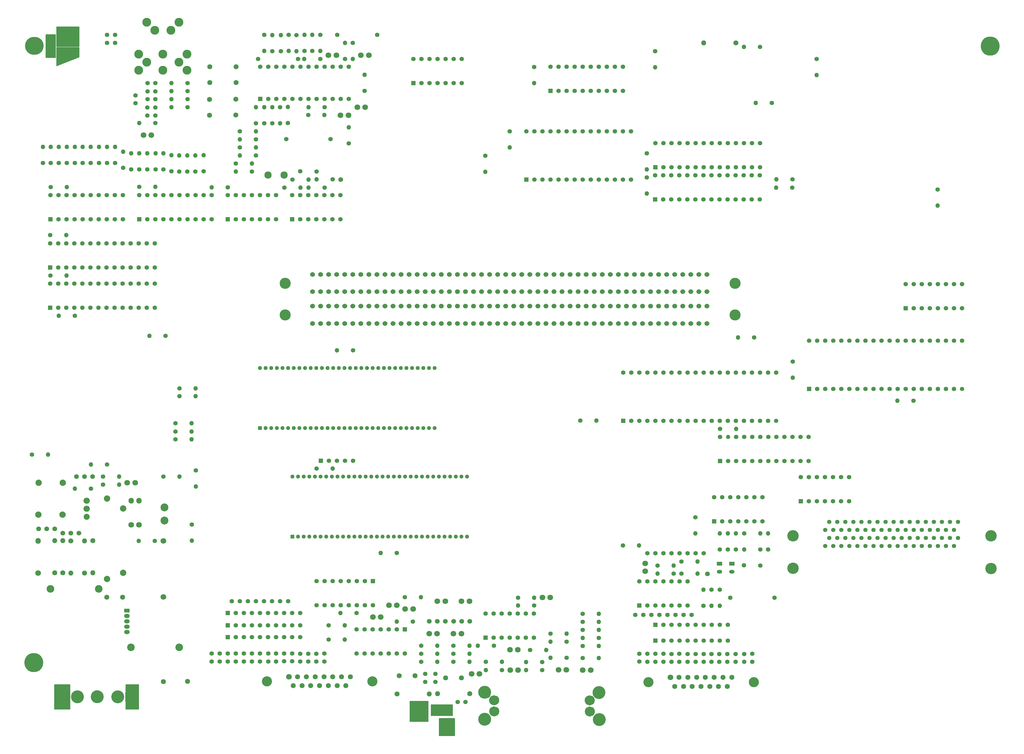
<source format=gbs>
G04 #@! TF.GenerationSoftware,KiCad,Pcbnew,7.0.1-0*
G04 #@! TF.CreationDate,2023-04-10T17:15:57+01:00*
G04 #@! TF.ProjectId,NeoGeoAES3_5,4e656f47-656f-4414-9553-335f352e6b69,rev?*
G04 #@! TF.SameCoordinates,Original*
G04 #@! TF.FileFunction,Soldermask,Bot*
G04 #@! TF.FilePolarity,Negative*
%FSLAX46Y46*%
G04 Gerber Fmt 4.6, Leading zero omitted, Abs format (unit mm)*
G04 Created by KiCad (PCBNEW 7.0.1-0) date 2023-04-10 17:15:57*
%MOMM*%
%LPD*%
G01*
G04 APERTURE LIST*
%ADD10C,0.200000*%
%ADD11C,0.150000*%
%ADD12C,2.056200*%
%ADD13C,1.599000*%
%ADD14C,2.058437*%
%ADD15C,1.400000*%
%ADD16O,1.400000X1.400000*%
%ADD17R,1.400000X1.400000*%
%ADD18O,2.400000X2.400000*%
%ADD19C,2.400000*%
%ADD20C,1.600000*%
%ADD21O,1.600000X1.600000*%
%ADD22C,1.500000*%
%ADD23C,1.800000*%
%ADD24C,1.350000*%
%ADD25C,2.000000*%
%ADD26R,1.875396X2.889996*%
%ADD27O,5.900000X5.600000*%
%ADD28C,3.600000*%
%ADD29C,1.348000*%
%ADD30C,3.200000*%
%ADD31O,1.800000X1.800000*%
%ADD32O,6.000000X6.000000*%
%ADD33C,3.500000*%
%ADD34C,1.524000*%
%ADD35C,2.300000*%
%ADD36R,4.820000X1.840000*%
%ADD37R,4.000000X1.800000*%
%ADD38R,1.800000X4.000000*%
%ADD39C,1.905000*%
%ADD40O,2.000000X1.905000*%
%ADD41C,2.500000*%
%ADD42O,2.000000X2.400000*%
%ADD43O,2.400000X2.000000*%
%ADD44R,1.700000X1.200000*%
%ADD45O,1.700000X1.200000*%
%ADD46R,1.300000X1.300000*%
%ADD47O,1.300000X1.300000*%
%ADD48C,1.320000*%
%ADD49R,1.800000X1.275000*%
%ADD50O,1.800000X1.275000*%
%ADD51C,2.800000*%
G04 APERTURE END LIST*
D10*
X55295800Y-47472600D02*
X48158400Y-50292000D01*
X48158400Y-44500800D01*
X55295800Y-44500800D01*
X55295800Y-47472600D01*
G36*
X55295800Y-47472600D02*
G01*
X48158400Y-50292000D01*
X48158400Y-44500800D01*
X55295800Y-44500800D01*
X55295800Y-47472600D01*
G37*
D11*
X47523400Y-245693800D02*
X52451000Y-245693800D01*
X52451000Y-253542800D01*
X47523400Y-253542800D01*
X47523400Y-245693800D01*
G36*
X47523400Y-245693800D02*
G01*
X52451000Y-245693800D01*
X52451000Y-253542800D01*
X47523400Y-253542800D01*
X47523400Y-245693800D01*
G37*
D12*
X184314500Y-256667000D02*
G75*
G03*
X184314500Y-256667000I-1028100J0D01*
G01*
D11*
X70053200Y-245693800D02*
X74066400Y-245693800D01*
X74066400Y-253542800D01*
X70053200Y-253542800D01*
X70053200Y-245693800D01*
G36*
X70053200Y-245693800D02*
G01*
X74066400Y-245693800D01*
X74066400Y-253542800D01*
X70053200Y-253542800D01*
X70053200Y-245693800D01*
G37*
D12*
X184314500Y-248132600D02*
G75*
G03*
X184314500Y-248132600I-1028100J0D01*
G01*
D13*
X187083100Y-250672600D02*
G75*
G03*
X187083100Y-250672600I-799500J0D01*
G01*
X217232900Y-250698000D02*
G75*
G03*
X217232900Y-250698000I-799500J0D01*
G01*
D12*
X220484100Y-256768600D02*
G75*
G03*
X220484100Y-256768600I-1028100J0D01*
G01*
D14*
X62037381Y-249555000D02*
G75*
G03*
X62037381Y-249555000I-1029218J0D01*
G01*
D12*
X220382500Y-248234200D02*
G75*
G03*
X220382500Y-248234200I-1028100J0D01*
G01*
D11*
X159664400Y-250977400D02*
X165455600Y-250977400D01*
X165455600Y-257403600D01*
X159664400Y-257403600D01*
X159664400Y-250977400D01*
G36*
X159664400Y-250977400D02*
G01*
X165455600Y-250977400D01*
X165455600Y-257403600D01*
X159664400Y-257403600D01*
X159664400Y-250977400D01*
G37*
D14*
X68514381Y-249580400D02*
G75*
G03*
X68514381Y-249580400I-1029218J0D01*
G01*
X55788981Y-249580400D02*
G75*
G03*
X55788981Y-249580400I-1029218J0D01*
G01*
D13*
X187108500Y-254177800D02*
G75*
G03*
X187108500Y-254177800I-799500J0D01*
G01*
D10*
X168960800Y-256362200D02*
X173812200Y-256362200D01*
X173812200Y-261874000D01*
X168960800Y-261874000D01*
X168960800Y-256362200D01*
G36*
X168960800Y-256362200D02*
G01*
X173812200Y-256362200D01*
X173812200Y-261874000D01*
X168960800Y-261874000D01*
X168960800Y-256362200D01*
G37*
D13*
X217283700Y-254228600D02*
G75*
G03*
X217283700Y-254228600I-799500J0D01*
G01*
D10*
X48158400Y-37922200D02*
X55270400Y-37922200D01*
X55270400Y-44221400D01*
X48158400Y-44221400D01*
X48158400Y-37922200D01*
G36*
X48158400Y-37922200D02*
G01*
X55270400Y-37922200D01*
X55270400Y-44221400D01*
X48158400Y-44221400D01*
X48158400Y-37922200D01*
G37*
X44805600Y-40411400D02*
X47853600Y-40411400D01*
X47853600Y-47675800D01*
X44805600Y-47675800D01*
X44805600Y-40411400D01*
G36*
X44805600Y-40411400D02*
G01*
X47853600Y-40411400D01*
X47853600Y-47675800D01*
X44805600Y-47675800D01*
X44805600Y-40411400D01*
G37*
X166420800Y-252044200D02*
X173151800Y-252044200D01*
X173151800Y-255574800D01*
X166420800Y-255574800D01*
X166420800Y-252044200D01*
G36*
X166420800Y-252044200D02*
G01*
X173151800Y-252044200D01*
X173151800Y-255574800D01*
X166420800Y-255574800D01*
X166420800Y-252044200D01*
G37*
D15*
X139200000Y-48127500D03*
D16*
X139200000Y-43047500D03*
D15*
X131447500Y-48140000D03*
D16*
X126367500Y-48140000D03*
D15*
X198887500Y-220780000D03*
D16*
X193807500Y-220780000D03*
D15*
X64130000Y-80970000D03*
D16*
X64130000Y-75890000D03*
D15*
X92137500Y-178090000D03*
D16*
X92137500Y-183170000D03*
D17*
X237190000Y-231850000D03*
D15*
X239730000Y-231850000D03*
X242270000Y-231850000D03*
X244810000Y-231850000D03*
X247350000Y-231850000D03*
X249890000Y-231850000D03*
X252430000Y-231850000D03*
X254970000Y-231850000D03*
X257510000Y-231850000D03*
X260050000Y-231850000D03*
X158122500Y-218140000D03*
D16*
X163202500Y-218140000D03*
D15*
X197652500Y-234770000D03*
D16*
X202732500Y-234770000D03*
D17*
X237140000Y-82280000D03*
D15*
X239680000Y-82280000D03*
X242220000Y-82280000D03*
X244760000Y-82280000D03*
X247300000Y-82280000D03*
X249840000Y-82280000D03*
X252380000Y-82280000D03*
X254920000Y-82280000D03*
X257460000Y-82280000D03*
X260000000Y-82280000D03*
X262540000Y-82280000D03*
X265080000Y-82280000D03*
X267620000Y-82280000D03*
X270160000Y-82280000D03*
X270160000Y-74660000D03*
X267620000Y-74660000D03*
X265080000Y-74660000D03*
X262540000Y-74660000D03*
X260000000Y-74660000D03*
X257460000Y-74660000D03*
X254920000Y-74660000D03*
X252380000Y-74660000D03*
X249840000Y-74660000D03*
X247300000Y-74660000D03*
X244760000Y-74660000D03*
X242220000Y-74660000D03*
X239680000Y-74660000D03*
X237140000Y-74660000D03*
X267742500Y-238515000D03*
X267742500Y-236015000D03*
X268317500Y-136050000D03*
D16*
X263237500Y-136050000D03*
D15*
X141690000Y-43050000D03*
D16*
X141690000Y-48130000D03*
D18*
X46280000Y-215505000D03*
D19*
X61520000Y-215505000D03*
D20*
X52650000Y-200310000D03*
D21*
X52650000Y-210470000D03*
D15*
X163260000Y-235980000D03*
D16*
X168340000Y-235980000D03*
D22*
X50130000Y-197850000D03*
X52670000Y-197850000D03*
X55210000Y-197850000D03*
D15*
X163260000Y-238540000D03*
D16*
X168340000Y-238540000D03*
D17*
X74305000Y-98750000D03*
D15*
X76845000Y-98750000D03*
X79385000Y-98750000D03*
X81925000Y-98750000D03*
X84465000Y-98750000D03*
X87005000Y-98750000D03*
X89545000Y-98750000D03*
X92085000Y-98750000D03*
X94625000Y-98750000D03*
X97165000Y-98750000D03*
X97165000Y-91130000D03*
X94625000Y-91130000D03*
X92085000Y-91130000D03*
X89545000Y-91130000D03*
X87005000Y-91130000D03*
X84465000Y-91130000D03*
X81925000Y-91130000D03*
X79385000Y-91130000D03*
X76845000Y-91130000D03*
X74305000Y-91130000D03*
X59029600Y-183788300D03*
D16*
X53949600Y-183788300D03*
D22*
X54490000Y-179980000D03*
X59570000Y-179980000D03*
X57030000Y-179980000D03*
D23*
X153080000Y-220660000D03*
X155580000Y-220660000D03*
D15*
X79350000Y-60770000D03*
X76850000Y-60770000D03*
D17*
X285655000Y-152295000D03*
D15*
X288195000Y-152295000D03*
X290735000Y-152295000D03*
X293275000Y-152295000D03*
X295815000Y-152295000D03*
X298355000Y-152295000D03*
X300895000Y-152295000D03*
X303435000Y-152295000D03*
X305975000Y-152295000D03*
X308515000Y-152295000D03*
X311055000Y-152295000D03*
X313595000Y-152295000D03*
X316135000Y-152295000D03*
X318675000Y-152295000D03*
X321215000Y-152295000D03*
X323755000Y-152295000D03*
X326295000Y-152295000D03*
X328835000Y-152295000D03*
X331375000Y-152295000D03*
D24*
X333915000Y-152295000D03*
D15*
X333915000Y-137055000D03*
X331375000Y-137055000D03*
X328835000Y-137055000D03*
X326295000Y-137055000D03*
X323755000Y-137055000D03*
X321215000Y-137055000D03*
X318675000Y-137055000D03*
X316135000Y-137055000D03*
X313595000Y-137055000D03*
X311055000Y-137055000D03*
X308515000Y-137055000D03*
X305975000Y-137055000D03*
X303435000Y-137055000D03*
X300895000Y-137055000D03*
X298355000Y-137055000D03*
X295815000Y-137055000D03*
X293275000Y-137055000D03*
X290735000Y-137055000D03*
X288195000Y-137055000D03*
X285655000Y-137055000D03*
X76820000Y-83020000D03*
D16*
X76820000Y-77940000D03*
D15*
X209110000Y-232190000D03*
D16*
X204030000Y-232190000D03*
D15*
X61530000Y-80970000D03*
D16*
X61530000Y-75890000D03*
D15*
X188750000Y-241120000D03*
D16*
X183670000Y-241120000D03*
D15*
X66630000Y-80970000D03*
D16*
X66630000Y-75890000D03*
D23*
X147990000Y-224410000D03*
X150490000Y-224410000D03*
D15*
X214230000Y-223400000D03*
D16*
X219310000Y-223400000D03*
D17*
X283090000Y-187790000D03*
D15*
X285630000Y-187790000D03*
X288170000Y-187790000D03*
X290710000Y-187790000D03*
X293250000Y-187790000D03*
X295790000Y-187790000D03*
X298330000Y-187790000D03*
X298330000Y-180170000D03*
X295790000Y-180170000D03*
X293250000Y-180170000D03*
X290710000Y-180170000D03*
X288170000Y-180170000D03*
X285630000Y-180170000D03*
X283090000Y-180170000D03*
X104707500Y-235925000D03*
X104707500Y-238425000D03*
X132740400Y-88747600D03*
D16*
X127660400Y-88747600D03*
D15*
X201430000Y-241120000D03*
D16*
X196350000Y-241120000D03*
D17*
X227020000Y-162400000D03*
D15*
X229560000Y-162400000D03*
X232100000Y-162400000D03*
X234640000Y-162400000D03*
X237180000Y-162400000D03*
X239720000Y-162400000D03*
X242260000Y-162400000D03*
X244800000Y-162400000D03*
X247340000Y-162400000D03*
X249880000Y-162400000D03*
X252420000Y-162400000D03*
X254960000Y-162400000D03*
X257500000Y-162400000D03*
X260040000Y-162400000D03*
X262580000Y-162400000D03*
X265120000Y-162400000D03*
X267660000Y-162400000D03*
X270200000Y-162400000D03*
X272740000Y-162400000D03*
D24*
X275280000Y-162400000D03*
D15*
X275280000Y-147160000D03*
X272740000Y-147160000D03*
X270200000Y-147160000D03*
X267660000Y-147160000D03*
X265120000Y-147160000D03*
X262580000Y-147160000D03*
X260040000Y-147160000D03*
X257500000Y-147160000D03*
X254960000Y-147160000D03*
X252420000Y-147160000D03*
X249880000Y-147160000D03*
X247340000Y-147160000D03*
X244800000Y-147160000D03*
X242260000Y-147160000D03*
X239720000Y-147160000D03*
X237180000Y-147160000D03*
X234640000Y-147160000D03*
X232100000Y-147160000D03*
X229560000Y-147160000D03*
X227020000Y-147160000D03*
D22*
X173520000Y-225732500D03*
X176060000Y-225732500D03*
X178600000Y-225732500D03*
D17*
X46150000Y-114010000D03*
D15*
X48690000Y-114010000D03*
X51230000Y-114010000D03*
X53770000Y-114010000D03*
X56310000Y-114010000D03*
X58850000Y-114010000D03*
X61390000Y-114010000D03*
X63930000Y-114010000D03*
X66470000Y-114010000D03*
X69010000Y-114010000D03*
X71550000Y-114010000D03*
X74090000Y-114010000D03*
X76630000Y-114010000D03*
X79170000Y-114010000D03*
X79170000Y-106390000D03*
X76630000Y-106390000D03*
X74090000Y-106390000D03*
X71550000Y-106390000D03*
X69010000Y-106390000D03*
X66470000Y-106390000D03*
X63930000Y-106390000D03*
X61390000Y-106390000D03*
X58850000Y-106390000D03*
X56310000Y-106390000D03*
X53770000Y-106390000D03*
X51230000Y-106390000D03*
X48690000Y-106390000D03*
X46150000Y-106390000D03*
D17*
X204060000Y-58160000D03*
D15*
X206600000Y-58160000D03*
X209140000Y-58160000D03*
X211680000Y-58160000D03*
X214220000Y-58160000D03*
X216760000Y-58160000D03*
X219300000Y-58160000D03*
X221840000Y-58160000D03*
X224380000Y-58160000D03*
X226920000Y-58160000D03*
X226920000Y-50540000D03*
X224380000Y-50540000D03*
X221840000Y-50540000D03*
X219300000Y-50540000D03*
X216760000Y-50540000D03*
X214220000Y-50540000D03*
X211680000Y-50540000D03*
X209140000Y-50540000D03*
X206600000Y-50540000D03*
X204060000Y-50540000D03*
X64090000Y-43010000D03*
X64090000Y-40510000D03*
D25*
X53750000Y-249650000D03*
X61000000Y-249650000D03*
X68260000Y-249640000D03*
D26*
X51420000Y-249650000D03*
X70820000Y-249640000D03*
D15*
X114950000Y-235900000D03*
X114950000Y-238400000D03*
X262572500Y-203030000D03*
D16*
X262572500Y-197950000D03*
D27*
X41198800Y-43967400D03*
D23*
X173420000Y-229650000D03*
X175920000Y-229650000D03*
D15*
X242900200Y-210642200D03*
D16*
X237820200Y-210642200D03*
D28*
X280570000Y-209010000D03*
X280580000Y-198750000D03*
X343100000Y-198760000D03*
X343100000Y-209030000D03*
D29*
X290790000Y-196880000D03*
X292060000Y-194340000D03*
X293330000Y-196880000D03*
X294600000Y-194340000D03*
X295870000Y-196880000D03*
X297140000Y-194340000D03*
X298410000Y-196880000D03*
X299680000Y-194340000D03*
X300950000Y-196880000D03*
X302220000Y-194340000D03*
X303490000Y-196880000D03*
X304760000Y-194340000D03*
X306030000Y-196880000D03*
X307300000Y-194340000D03*
X308570000Y-196880000D03*
X309840000Y-194340000D03*
X311110000Y-196880000D03*
X312380000Y-194340000D03*
X313650000Y-196880000D03*
X314920000Y-194340000D03*
X316190000Y-196880000D03*
X317460000Y-194340000D03*
X318730000Y-196880000D03*
X320000000Y-194340000D03*
X321270000Y-196880000D03*
X322540000Y-194340000D03*
X323810000Y-196880000D03*
X325080000Y-194340000D03*
X326350000Y-196880000D03*
X327620000Y-194340000D03*
X328890000Y-196880000D03*
X330160000Y-194340000D03*
X331430000Y-196880000D03*
X332700000Y-194340000D03*
X290790000Y-201960000D03*
X292060000Y-199420000D03*
X293330000Y-201960000D03*
X294600000Y-199420000D03*
X295870000Y-201960000D03*
X297140000Y-199420000D03*
X298410000Y-201960000D03*
X299680000Y-199420000D03*
X300950000Y-201960000D03*
X302220000Y-199420000D03*
X303490000Y-201960000D03*
X304760000Y-199420000D03*
X306030000Y-201960000D03*
X307300000Y-199420000D03*
X308570000Y-201960000D03*
X309840000Y-199420000D03*
X311110000Y-201960000D03*
X312380000Y-199420000D03*
X313650000Y-201960000D03*
X314920000Y-199420000D03*
X316190000Y-201960000D03*
X317460000Y-199420000D03*
X318730000Y-201960000D03*
X320000000Y-199420000D03*
X321270000Y-201960000D03*
X322540000Y-199420000D03*
X323810000Y-201960000D03*
X325080000Y-199420000D03*
X326350000Y-201960000D03*
X327620000Y-199420000D03*
X328890000Y-201960000D03*
X330160000Y-199420000D03*
X331430000Y-201960000D03*
X332700000Y-199420000D03*
D17*
X232080000Y-220730000D03*
D15*
X234620000Y-220730000D03*
X237160000Y-220730000D03*
X239700000Y-220730000D03*
X242240000Y-220730000D03*
X244780000Y-220730000D03*
X247320000Y-220730000D03*
X247320000Y-213110000D03*
X244780000Y-213110000D03*
X242240000Y-213110000D03*
X239700000Y-213110000D03*
X237160000Y-213110000D03*
X234620000Y-213110000D03*
X232080000Y-213110000D03*
X237100000Y-45620000D03*
D16*
X237100000Y-50700000D03*
D15*
X86950000Y-154652500D03*
D16*
X92030000Y-154652500D03*
D17*
X102200000Y-227000000D03*
D15*
X104740000Y-227000000D03*
X107280000Y-227000000D03*
X109820000Y-227000000D03*
X112360000Y-227000000D03*
X114900000Y-227000000D03*
X117440000Y-227000000D03*
X119980000Y-227000000D03*
X122520000Y-227000000D03*
X125060000Y-227000000D03*
D17*
X183610000Y-230860000D03*
D15*
X186150000Y-230860000D03*
X188690000Y-230860000D03*
X191230000Y-230860000D03*
X193770000Y-230860000D03*
X196310000Y-230860000D03*
X198850000Y-230860000D03*
X198850000Y-223240000D03*
X196310000Y-223240000D03*
X193770000Y-223240000D03*
X191230000Y-223240000D03*
X188690000Y-223240000D03*
X186150000Y-223240000D03*
X183610000Y-223240000D03*
X97130000Y-238410000D03*
X97130000Y-235910000D03*
D20*
X104800000Y-50545000D03*
X104800000Y-55545000D03*
D15*
X160660000Y-225830000D03*
D16*
X155580000Y-225830000D03*
D15*
X112397500Y-235905000D03*
X112397500Y-238405000D03*
D23*
X158210000Y-221855000D03*
X160710000Y-221855000D03*
D15*
X234594400Y-204260000D03*
X237134400Y-204260000D03*
X239674400Y-204260000D03*
X242214400Y-204260000D03*
X244754400Y-204260000D03*
X247294400Y-204260000D03*
X249834400Y-204260000D03*
X252374400Y-204260000D03*
X131410000Y-40520000D03*
D16*
X131410000Y-45600000D03*
D15*
X254900000Y-236060000D03*
X254900000Y-238560000D03*
D17*
X196440000Y-86210000D03*
D15*
X198980000Y-86210000D03*
X201520000Y-86210000D03*
X204060000Y-86210000D03*
X206600000Y-86210000D03*
X209140000Y-86210000D03*
X211680000Y-86210000D03*
X214220000Y-86210000D03*
X216760000Y-86210000D03*
X219300000Y-86210000D03*
X221840000Y-86210000D03*
X224380000Y-86210000D03*
X226920000Y-86210000D03*
X229460000Y-86210000D03*
X229460000Y-70970000D03*
X226920000Y-70970000D03*
X224380000Y-70970000D03*
X221840000Y-70970000D03*
X219300000Y-70970000D03*
X216760000Y-70970000D03*
X214220000Y-70970000D03*
X211680000Y-70970000D03*
X209140000Y-70970000D03*
X206600000Y-70970000D03*
X204060000Y-70970000D03*
X201520000Y-70970000D03*
X198980000Y-70970000D03*
X196440000Y-70970000D03*
D20*
X50120000Y-210440000D03*
D21*
X50120000Y-200280000D03*
D15*
X140390000Y-74737500D03*
D16*
X140390000Y-69657500D03*
D15*
X46200000Y-103762500D03*
D16*
X51280000Y-103762500D03*
D23*
X179140000Y-242340000D03*
X181640000Y-242340000D03*
D17*
X112430000Y-60710000D03*
D15*
X114970000Y-60710000D03*
X117510000Y-60710000D03*
X120050000Y-60710000D03*
X122590000Y-60710000D03*
X125130000Y-60710000D03*
X127670000Y-60710000D03*
X130210000Y-60710000D03*
X132750000Y-60710000D03*
X135290000Y-60710000D03*
X137830000Y-60710000D03*
X140370000Y-60710000D03*
X140370000Y-50550000D03*
X137830000Y-50550000D03*
X135290000Y-50550000D03*
X132750000Y-50550000D03*
X130210000Y-50550000D03*
X127670000Y-50550000D03*
X125130000Y-50550000D03*
X122590000Y-50550000D03*
X120050000Y-50550000D03*
X117510000Y-50550000D03*
X114970000Y-50550000D03*
X112430000Y-50550000D03*
X167750000Y-242341400D03*
X167750000Y-244841400D03*
X191207500Y-70990000D03*
D16*
X191207500Y-76070000D03*
D30*
X234935000Y-244950000D03*
X268235000Y-244950000D03*
D20*
X261255000Y-243450000D03*
X258485000Y-243450000D03*
X255715000Y-243450000D03*
X252945000Y-243450000D03*
X250175000Y-243450000D03*
X247405000Y-243450000D03*
X244635000Y-243450000D03*
D23*
X241865000Y-243450000D03*
D20*
X259870000Y-246290000D03*
X257100000Y-246290000D03*
X254330000Y-246290000D03*
X251560000Y-246290000D03*
X248790000Y-246290000D03*
X246020000Y-246290000D03*
X243250000Y-246290000D03*
D15*
X239667500Y-236015000D03*
X239667500Y-238515000D03*
X69150000Y-82437500D03*
D16*
X69150000Y-77357500D03*
D15*
X99647500Y-235925000D03*
X99647500Y-238425000D03*
D23*
X71755000Y-195224400D03*
D31*
X71755000Y-187604400D03*
D15*
X92000000Y-83627500D03*
D16*
X92000000Y-78547500D03*
D25*
X69180000Y-190110000D03*
X69210000Y-210440000D03*
D32*
X342823800Y-44018200D03*
D15*
X64080000Y-176207500D03*
D16*
X59000000Y-176207500D03*
D15*
X89527500Y-63380000D03*
D16*
X84447500Y-63380000D03*
D23*
X165780000Y-229650000D03*
X168280000Y-229650000D03*
D15*
X245351300Y-210667600D03*
D16*
X250431300Y-210667600D03*
D15*
X155560000Y-204137500D03*
D16*
X150480000Y-204137500D03*
D23*
X206580000Y-241070000D03*
X209080000Y-241070000D03*
D15*
X130110000Y-235960000D03*
X130110000Y-238460000D03*
D20*
X59600000Y-200240000D03*
D21*
X59600000Y-210400000D03*
D15*
X273880000Y-61960000D03*
D16*
X268800000Y-61960000D03*
D15*
X214190000Y-237332500D03*
D16*
X219270000Y-237332500D03*
D15*
X257452500Y-203022200D03*
D16*
X257452500Y-197942200D03*
D15*
X270230000Y-203070000D03*
D16*
X270230000Y-197990000D03*
D15*
X245351300Y-206883000D03*
D16*
X250431300Y-206883000D03*
D23*
X175960000Y-219390000D03*
X178460000Y-219390000D03*
D15*
X86910000Y-83627500D03*
D16*
X86910000Y-78547500D03*
D15*
X262497500Y-236045000D03*
X262497500Y-238545000D03*
X249767500Y-192890000D03*
D16*
X249767500Y-197970000D03*
D23*
X137790000Y-65880000D03*
X140290000Y-65880000D03*
D17*
X102225000Y-98750000D03*
D15*
X104765000Y-98750000D03*
X107305000Y-98750000D03*
X109845000Y-98750000D03*
X112385000Y-98750000D03*
X114925000Y-98750000D03*
X117465000Y-98750000D03*
X117465000Y-91130000D03*
X114925000Y-91130000D03*
X112385000Y-91130000D03*
X109845000Y-91130000D03*
X107305000Y-91130000D03*
X104765000Y-91130000D03*
X102225000Y-91130000D03*
X79337500Y-68380000D03*
D16*
X74257500Y-68380000D03*
D23*
X81920000Y-218040000D03*
X81920366Y-200300000D03*
D15*
X183667400Y-238540000D03*
D16*
X188747400Y-238540000D03*
D15*
X53940000Y-80970000D03*
D16*
X53940000Y-75890000D03*
D20*
X170950000Y-243590000D03*
X175950000Y-243590000D03*
D15*
X201430000Y-238620000D03*
D16*
X196350000Y-238620000D03*
D15*
X94600000Y-83620000D03*
D16*
X94600000Y-78540000D03*
D15*
X106032500Y-70940000D03*
D16*
X111112500Y-70940000D03*
D15*
X104770000Y-81130000D03*
D16*
X109850000Y-81130000D03*
D15*
X173442500Y-238540000D03*
D16*
X178522500Y-238540000D03*
D23*
X74218800Y-195224400D03*
D31*
X74218800Y-187604400D03*
D15*
X257550000Y-164912500D03*
D16*
X262630000Y-164912500D03*
D15*
X134040000Y-227002500D03*
D16*
X139120000Y-227002500D03*
D15*
X121407500Y-40520000D03*
D16*
X121407500Y-45600000D03*
D33*
X120340000Y-118940000D03*
X262270000Y-118940000D03*
D34*
X128970000Y-116140000D03*
X131510000Y-116140000D03*
X134050000Y-116140000D03*
X136590000Y-116140000D03*
X139130000Y-116140000D03*
X141670000Y-116140000D03*
X144210000Y-116140000D03*
X146750000Y-116140000D03*
X149290000Y-116140000D03*
X151830000Y-116140000D03*
X154370000Y-116140000D03*
X156910000Y-116140000D03*
X159450000Y-116140000D03*
X161990000Y-116140000D03*
X164530000Y-116140000D03*
X167070000Y-116140000D03*
X169610000Y-116140000D03*
X172150000Y-116140000D03*
X174690000Y-116140000D03*
X177230000Y-116140000D03*
X179770000Y-116140000D03*
X182310000Y-116140000D03*
X184850000Y-116140000D03*
X187390000Y-116140000D03*
X189930000Y-116140000D03*
X192470000Y-116140000D03*
X195010000Y-116140000D03*
X197550000Y-116140000D03*
X200090000Y-116140000D03*
X202630000Y-116140000D03*
X205170000Y-116140000D03*
X207710000Y-116140000D03*
X210250000Y-116140000D03*
X212790000Y-116140000D03*
X215330000Y-116140000D03*
X217870000Y-116140000D03*
X220410000Y-116140000D03*
X222950000Y-116140000D03*
X225490000Y-116140000D03*
X228030000Y-116140000D03*
X230570000Y-116140000D03*
X233110000Y-116140000D03*
X235650000Y-116140000D03*
X238190000Y-116140000D03*
X240730000Y-116140000D03*
X243270000Y-116140000D03*
X245810000Y-116140000D03*
X248350000Y-116140000D03*
X250890000Y-116140000D03*
X253430000Y-116140000D03*
X128970000Y-121600000D03*
X131510000Y-121600000D03*
X134050000Y-121600000D03*
X136590000Y-121600000D03*
X139130000Y-121600000D03*
X141670000Y-121600000D03*
X144210000Y-121600000D03*
X146750000Y-121600000D03*
X149290000Y-121600000D03*
X151830000Y-121600000D03*
X154370000Y-121600000D03*
X156910000Y-121600000D03*
X159450000Y-121600000D03*
X161990000Y-121600000D03*
X164530000Y-121600000D03*
X167070000Y-121600000D03*
X169610000Y-121600000D03*
X172150000Y-121600000D03*
X174690000Y-121600000D03*
X177230000Y-121600000D03*
X179770000Y-121600000D03*
X182310000Y-121600000D03*
X184850000Y-121600000D03*
X187390000Y-121600000D03*
X189930000Y-121600000D03*
X192470000Y-121600000D03*
X195010000Y-121600000D03*
X197550000Y-121600000D03*
X200090000Y-121600000D03*
X202630000Y-121600000D03*
X205170000Y-121600000D03*
X207710000Y-121600000D03*
X210250000Y-121600000D03*
X212790000Y-121600000D03*
X215330000Y-121600000D03*
X217870000Y-121600000D03*
X220410000Y-121600000D03*
X222950000Y-121600000D03*
X225490000Y-121600000D03*
X228030000Y-121600000D03*
X230570000Y-121600000D03*
X233110000Y-121600000D03*
X235650000Y-121600000D03*
X238190000Y-121600000D03*
X240730000Y-121600000D03*
X243270000Y-121600000D03*
X245810000Y-121600000D03*
X248350000Y-121600000D03*
X250890000Y-121600000D03*
X253430000Y-121600000D03*
D15*
X174740000Y-251190000D03*
X177240000Y-251190000D03*
D35*
X120005000Y-84800000D03*
X114925000Y-84800000D03*
D23*
X75590000Y-72150000D03*
X78090000Y-72150000D03*
D15*
X86940000Y-152140000D03*
D16*
X92020000Y-152140000D03*
D15*
X249887500Y-236045000D03*
X249887500Y-238545000D03*
X124425000Y-48116060D03*
X111795000Y-48116060D03*
X74260000Y-88532500D03*
D16*
X79340000Y-88532500D03*
D15*
X136715000Y-40512883D03*
X149345000Y-40512883D03*
D17*
X160760000Y-55700000D03*
D15*
X163300000Y-55700000D03*
X165840000Y-55700000D03*
X168380000Y-55700000D03*
X170920000Y-55700000D03*
X173460000Y-55700000D03*
X176000000Y-55700000D03*
X176000000Y-48080000D03*
X173460000Y-48080000D03*
X170920000Y-48080000D03*
X168380000Y-48080000D03*
X165840000Y-48080000D03*
X163300000Y-48080000D03*
X160760000Y-48080000D03*
X134630000Y-73430000D03*
X120640000Y-73430000D03*
X130250000Y-83630000D03*
X125090000Y-83550000D03*
X71700000Y-83020000D03*
D16*
X71700000Y-77940000D03*
D23*
X191320000Y-241110000D03*
X193820000Y-241110000D03*
D15*
X214230000Y-228440000D03*
D16*
X219310000Y-228440000D03*
D36*
X51275000Y-47430000D03*
D37*
X51295000Y-41440000D03*
D38*
X46395000Y-44580000D03*
D20*
X81900000Y-244760000D03*
X89510000Y-244740000D03*
X96570000Y-50595000D03*
X96570000Y-55595000D03*
D23*
X70480000Y-181950000D03*
X72980000Y-181950000D03*
D25*
X50090000Y-192035000D03*
X42470000Y-192035000D03*
X50120000Y-181995000D03*
X42500000Y-181995000D03*
D15*
X242207500Y-236025000D03*
X242207500Y-238525000D03*
D18*
X86910000Y-233935000D03*
D19*
X71670000Y-233935000D03*
D39*
X57650000Y-192725000D03*
D40*
X57650000Y-190185000D03*
X57650000Y-187645000D03*
D15*
X90867500Y-195200000D03*
D16*
X90867500Y-200280000D03*
D22*
X42540000Y-196530000D03*
X45080000Y-196530000D03*
X47620000Y-196530000D03*
D15*
X56440000Y-80970000D03*
D16*
X56440000Y-75890000D03*
D15*
X113720000Y-40522500D03*
D16*
X113720000Y-45602500D03*
D15*
X193802000Y-218287600D03*
D16*
X198882000Y-218287600D03*
D22*
X216454220Y-251239564D03*
X186314220Y-251239564D03*
D41*
X218944220Y-248789564D03*
X218944220Y-256259564D03*
X183894220Y-248759564D03*
X183894220Y-256229564D03*
D22*
X186314220Y-253779564D03*
X216454220Y-253779564D03*
D30*
X114555000Y-244730000D03*
X147855000Y-244730000D03*
D20*
X140875000Y-243230000D03*
X138105000Y-243230000D03*
X135335000Y-243230000D03*
X132565000Y-243230000D03*
X129795000Y-243230000D03*
X127025000Y-243230000D03*
X124255000Y-243230000D03*
D23*
X121485000Y-243230000D03*
D20*
X139490000Y-246070000D03*
X136720000Y-246070000D03*
X133950000Y-246070000D03*
X131180000Y-246070000D03*
X128410000Y-246070000D03*
X125640000Y-246070000D03*
X122870000Y-246070000D03*
D15*
X48870000Y-80970000D03*
D16*
X48870000Y-75890000D03*
D15*
X163260000Y-233400000D03*
D16*
X168340000Y-233400000D03*
D23*
X143067400Y-63373000D03*
X145567400Y-63373000D03*
D15*
X270180000Y-44290000D03*
D16*
X265100000Y-44290000D03*
D15*
X123907500Y-40530000D03*
D16*
X123907500Y-45610000D03*
D15*
X79355000Y-58377500D03*
X76855000Y-58377500D03*
D20*
X104740000Y-60815000D03*
X104740000Y-65815000D03*
D15*
X126400000Y-45600000D03*
D16*
X126400000Y-40520000D03*
D15*
X116270000Y-45610000D03*
D16*
X116270000Y-40530000D03*
D15*
X89477500Y-55690000D03*
D16*
X84397500Y-55690000D03*
D15*
X234600000Y-235980000D03*
X234600000Y-238480000D03*
X234467400Y-85560000D03*
D16*
X234467400Y-90640000D03*
D15*
X106052500Y-76030000D03*
D16*
X111132500Y-76030000D03*
D17*
X237190000Y-226820000D03*
D15*
X239730000Y-226820000D03*
X242270000Y-226820000D03*
X244810000Y-226820000D03*
X247350000Y-226820000D03*
X249890000Y-226820000D03*
X252430000Y-226820000D03*
X254970000Y-226820000D03*
X257510000Y-226820000D03*
X260050000Y-226820000D03*
X85690000Y-168242500D03*
D16*
X90770000Y-168242500D03*
D15*
X244720000Y-236020000D03*
X244720000Y-238520000D03*
X272742500Y-203070000D03*
D16*
X272742500Y-197990000D03*
D15*
X183507500Y-78630000D03*
D16*
X183507500Y-83710000D03*
D17*
X102200000Y-223120000D03*
D15*
X104740000Y-223120000D03*
X107280000Y-223120000D03*
X109820000Y-223120000D03*
X112360000Y-223120000D03*
X114900000Y-223120000D03*
X117440000Y-223120000D03*
X119980000Y-223120000D03*
X122520000Y-223120000D03*
X125060000Y-223120000D03*
X252440000Y-236050000D03*
X252440000Y-238550000D03*
X134040000Y-231462500D03*
D16*
X139120000Y-231462500D03*
D15*
X111112500Y-68390000D03*
D16*
X111112500Y-63310000D03*
D15*
X118687500Y-63340000D03*
D16*
X118687500Y-68420000D03*
D22*
X137810000Y-86180000D03*
D15*
X127637500Y-235955000D03*
X127637500Y-238455000D03*
X257307500Y-236055000D03*
X257307500Y-238555000D03*
X145402500Y-58210000D03*
D16*
X145402500Y-53130000D03*
D15*
X102167500Y-235925000D03*
X102167500Y-238425000D03*
X232082500Y-238475000D03*
X232082500Y-235975000D03*
X230790000Y-223730000D03*
X233330000Y-223730000D03*
X235870000Y-223730000D03*
X238410000Y-223730000D03*
X240950000Y-223730000D03*
X243490000Y-223730000D03*
X246030000Y-223730000D03*
X248570000Y-223730000D03*
X280400000Y-86117500D03*
D16*
X275320000Y-86117500D03*
D15*
X219303600Y-230960000D03*
D16*
X214223600Y-230960000D03*
D15*
X111117500Y-73480000D03*
D16*
X106037500Y-73480000D03*
D42*
X162318000Y-254575000D03*
D43*
X169418000Y-254575000D03*
D42*
X170598000Y-258535000D03*
D17*
X237110000Y-92510000D03*
D15*
X239650000Y-92510000D03*
X242190000Y-92510000D03*
X244730000Y-92510000D03*
X247270000Y-92510000D03*
X249810000Y-92510000D03*
X252350000Y-92510000D03*
X254890000Y-92510000D03*
X257430000Y-92510000D03*
X259970000Y-92510000D03*
X262510000Y-92510000D03*
X265050000Y-92510000D03*
X267590000Y-92510000D03*
X270130000Y-92510000D03*
X270130000Y-84890000D03*
X267590000Y-84890000D03*
X265050000Y-84890000D03*
X262510000Y-84890000D03*
X259970000Y-84890000D03*
X257430000Y-84890000D03*
X254890000Y-84890000D03*
X252350000Y-84890000D03*
X249810000Y-84890000D03*
X247270000Y-84890000D03*
X244730000Y-84890000D03*
X242190000Y-84890000D03*
X239650000Y-84890000D03*
X237110000Y-84890000D03*
X237820200Y-208108300D03*
D16*
X242900200Y-208108300D03*
D15*
X118930000Y-45607500D03*
D16*
X118930000Y-40527500D03*
D17*
X147980000Y-213070000D03*
D15*
X145440000Y-213070000D03*
X142900000Y-213070000D03*
X140360000Y-213070000D03*
X137820000Y-213070000D03*
X135280000Y-213070000D03*
X132740000Y-213070000D03*
X130200000Y-213070000D03*
X130200000Y-220690000D03*
X132740000Y-220690000D03*
X135280000Y-220690000D03*
X137820000Y-220690000D03*
X140360000Y-220690000D03*
X142900000Y-220690000D03*
X145440000Y-220690000D03*
X147980000Y-220690000D03*
X326240000Y-89350000D03*
D16*
X326240000Y-94430000D03*
D15*
X122605800Y-86182200D03*
D16*
X127685800Y-86182200D03*
D15*
X132702500Y-238435000D03*
X132702500Y-235935000D03*
X62822500Y-182530000D03*
D16*
X67902500Y-182530000D03*
D23*
X191270000Y-234740000D03*
X193770000Y-234740000D03*
D15*
X89487500Y-58280000D03*
D16*
X84407500Y-58280000D03*
D15*
X85680000Y-163182500D03*
D16*
X90760000Y-163182500D03*
D23*
X42341800Y-210515200D03*
D31*
X42341800Y-200355200D03*
D15*
X127640000Y-65802500D03*
D16*
X132720000Y-65802500D03*
D15*
X76835000Y-65932500D03*
X79335000Y-65932500D03*
X43840000Y-80970000D03*
D16*
X43840000Y-75890000D03*
D15*
X142870000Y-223137500D03*
D16*
X137790000Y-223137500D03*
D15*
X117477500Y-235895000D03*
X117477500Y-238395000D03*
X85690000Y-165760000D03*
D16*
X90770000Y-165760000D03*
D15*
X51410000Y-80970000D03*
D16*
X51410000Y-75890000D03*
D15*
X82530000Y-135597500D03*
D16*
X77450000Y-135597500D03*
D44*
X257435000Y-207518000D03*
D45*
X257435000Y-210058000D03*
D15*
X109800000Y-235920000D03*
X109800000Y-238420000D03*
D46*
X112404000Y-164720000D03*
D47*
X114182000Y-164720000D03*
X115960000Y-164720000D03*
X117738000Y-164720000D03*
X119516000Y-164720000D03*
X121294000Y-164720000D03*
X123072000Y-164720000D03*
X124850000Y-164720000D03*
X126628000Y-164720000D03*
X128406000Y-164720000D03*
X130184000Y-164720000D03*
X131962000Y-164720000D03*
X133740000Y-164720000D03*
X135518000Y-164720000D03*
X137296000Y-164720000D03*
X139074000Y-164720000D03*
X140852000Y-164720000D03*
X142630000Y-164720000D03*
X144408000Y-164720000D03*
X146186000Y-164720000D03*
X147964000Y-164720000D03*
X149742000Y-164720000D03*
X151520000Y-164720000D03*
X153298000Y-164720000D03*
X155076000Y-164720000D03*
X156854000Y-164720000D03*
X158632000Y-164720000D03*
X160410000Y-164720000D03*
X162188000Y-164720000D03*
X163966000Y-164720000D03*
X165744000Y-164720000D03*
X167522000Y-164720000D03*
X167522000Y-145720000D03*
X165744000Y-145720000D03*
X163966000Y-145720000D03*
X162188000Y-145720000D03*
X160410000Y-145720000D03*
X158632000Y-145720000D03*
X156854000Y-145720000D03*
X155076000Y-145720000D03*
X153298000Y-145720000D03*
X151520000Y-145720000D03*
X149742000Y-145720000D03*
X147964000Y-145720000D03*
X146186000Y-145720000D03*
X144408000Y-145720000D03*
X142630000Y-145720000D03*
X140852000Y-145720000D03*
X139074000Y-145720000D03*
X137296000Y-145720000D03*
X135518000Y-145720000D03*
X133740000Y-145720000D03*
X131962000Y-145720000D03*
X130184000Y-145720000D03*
X128406000Y-145720000D03*
X126628000Y-145720000D03*
X124850000Y-145720000D03*
X123072000Y-145720000D03*
X121294000Y-145720000D03*
X119516000Y-145720000D03*
X117738000Y-145720000D03*
X115960000Y-145720000D03*
X114182000Y-145720000D03*
X112404000Y-145720000D03*
D23*
X214250000Y-241180000D03*
X216750000Y-241180000D03*
D17*
X257570000Y-175110000D03*
D15*
X260110000Y-175110000D03*
X262650000Y-175110000D03*
X265190000Y-175110000D03*
X267730000Y-175110000D03*
X270270000Y-175110000D03*
X272810000Y-175110000D03*
X275350000Y-175110000D03*
X277890000Y-175110000D03*
X280430000Y-175110000D03*
X282970000Y-175110000D03*
X285510000Y-175110000D03*
X285510000Y-167490000D03*
X282970000Y-167490000D03*
X280430000Y-167490000D03*
X277890000Y-167490000D03*
X275350000Y-167490000D03*
X272810000Y-167490000D03*
X270270000Y-167490000D03*
X267730000Y-167490000D03*
X265190000Y-167490000D03*
X262650000Y-167490000D03*
D48*
X260110000Y-167490000D03*
D15*
X257570000Y-167490000D03*
X79390000Y-83020000D03*
D16*
X79390000Y-77940000D03*
D15*
X318617600Y-156083000D03*
D16*
X313537600Y-156083000D03*
D15*
X53940000Y-129230000D03*
D16*
X48860000Y-129230000D03*
D22*
X165830000Y-225752500D03*
X168370000Y-225752500D03*
X170910000Y-225752500D03*
D23*
X133980000Y-46900000D03*
X136480000Y-46900000D03*
D15*
X132750000Y-63330000D03*
D16*
X127670000Y-63330000D03*
D15*
X173442500Y-233400000D03*
D16*
X178522500Y-233400000D03*
D15*
X247300000Y-236030000D03*
X247300000Y-238530000D03*
X257479800Y-215734900D03*
D16*
X257479800Y-220814900D03*
D23*
X144230000Y-46880000D03*
X146730000Y-46880000D03*
D20*
X262550000Y-43050000D03*
D21*
X252390000Y-43050000D03*
D17*
X46230000Y-98750000D03*
D15*
X48770000Y-98750000D03*
X51310000Y-98750000D03*
X53850000Y-98750000D03*
X56390000Y-98750000D03*
X58930000Y-98750000D03*
X61470000Y-98750000D03*
X64010000Y-98750000D03*
X66550000Y-98750000D03*
X69090000Y-98750000D03*
X69090000Y-91130000D03*
X66550000Y-91130000D03*
X64010000Y-91130000D03*
X61470000Y-91130000D03*
X58930000Y-91130000D03*
X56390000Y-91130000D03*
X53850000Y-91130000D03*
X51310000Y-91130000D03*
X48770000Y-91130000D03*
X46230000Y-91130000D03*
X102200000Y-88697500D03*
D16*
X97120000Y-88697500D03*
D49*
X70408800Y-222333400D03*
D50*
X70408800Y-224033400D03*
X70408800Y-225733400D03*
X70408800Y-227433400D03*
X70408800Y-229133400D03*
D15*
X84410000Y-83617500D03*
D16*
X84410000Y-78537500D03*
D15*
X120000000Y-235880000D03*
X120000000Y-238380000D03*
X89507500Y-60810000D03*
D16*
X84427500Y-60810000D03*
D15*
X125080000Y-235950000D03*
X125080000Y-238450000D03*
X226890000Y-201752500D03*
D16*
X231970000Y-201752500D03*
D15*
X214223600Y-233510000D03*
D16*
X219303600Y-233510000D03*
D15*
X141740000Y-140117500D03*
D16*
X136660000Y-140117500D03*
D51*
X74130000Y-46540000D03*
X81750000Y-46540000D03*
X89370000Y-46540000D03*
X76670000Y-49080000D03*
X86830000Y-49080000D03*
X74130000Y-51620000D03*
X89370000Y-51620000D03*
X81750000Y-51620000D03*
X76660000Y-36540000D03*
X79200000Y-39080000D03*
X84280000Y-39080000D03*
X86820000Y-36540000D03*
D41*
X82210000Y-193940000D03*
X82200000Y-189740000D03*
D17*
X46150000Y-126680000D03*
D15*
X48690000Y-126680000D03*
X51230000Y-126680000D03*
X53770000Y-126680000D03*
X56310000Y-126680000D03*
X58850000Y-126680000D03*
X61390000Y-126680000D03*
X63930000Y-126680000D03*
X66470000Y-126680000D03*
X69010000Y-126680000D03*
X71550000Y-126680000D03*
X74090000Y-126680000D03*
X76630000Y-126680000D03*
X79170000Y-126680000D03*
X79170000Y-119060000D03*
X76630000Y-119060000D03*
X74090000Y-119060000D03*
X71550000Y-119060000D03*
X69010000Y-119060000D03*
X66470000Y-119060000D03*
X63930000Y-119060000D03*
X61390000Y-119060000D03*
X58850000Y-119060000D03*
X56310000Y-119060000D03*
X53770000Y-119060000D03*
X51230000Y-119060000D03*
X48690000Y-119060000D03*
X46150000Y-119060000D03*
X79197200Y-200329800D03*
D16*
X74117200Y-200329800D03*
D15*
X164500000Y-242340000D03*
X164500000Y-244840000D03*
X40436800Y-173050200D03*
D16*
X45516800Y-173050200D03*
D15*
X260750000Y-218260000D03*
X274740000Y-218260000D03*
X265130000Y-208060000D03*
X270290000Y-208140000D03*
X280507500Y-143720000D03*
D16*
X280507500Y-148800000D03*
D15*
X79345000Y-63417500D03*
X76845000Y-63417500D03*
X73062500Y-62095000D03*
X73062500Y-59595000D03*
X113712500Y-68400000D03*
D16*
X113712500Y-63320000D03*
D20*
X47570000Y-210440000D03*
D21*
X47570000Y-200280000D03*
D15*
X252304300Y-220802200D03*
D16*
X252304300Y-215722200D03*
D15*
X81880000Y-180012500D03*
D16*
X86960000Y-180012500D03*
D23*
X233914400Y-207443200D03*
X233914400Y-209943200D03*
D15*
X109847500Y-83630000D03*
D16*
X104767500Y-83630000D03*
D15*
X46340000Y-80970000D03*
D16*
X46340000Y-75890000D03*
D32*
X41021000Y-238785400D03*
D20*
X155670000Y-248650000D03*
D21*
X165830000Y-248650000D03*
D25*
X64130000Y-186950000D03*
X64130000Y-212350000D03*
D15*
X120065800Y-88728300D03*
D16*
X125145800Y-88728300D03*
D20*
X156280000Y-242910000D03*
X161280000Y-242910000D03*
D15*
X213470000Y-162310000D03*
D16*
X218550000Y-162310000D03*
D15*
X173442500Y-235980000D03*
D16*
X178522500Y-235980000D03*
D15*
X66637500Y-40515000D03*
X66637500Y-43015000D03*
X116282500Y-68390000D03*
D16*
X116282500Y-63310000D03*
D15*
X81860000Y-83020000D03*
D16*
X81860000Y-77940000D03*
D15*
X46220000Y-116552500D03*
D16*
X51300000Y-116552500D03*
D15*
X79375000Y-55757500D03*
X76875000Y-55757500D03*
X265176000Y-197942200D03*
D16*
X265176000Y-203022200D03*
D15*
X46290000Y-88612500D03*
D16*
X51370000Y-88612500D03*
D15*
X288037500Y-48120000D03*
D16*
X288037500Y-53200000D03*
D17*
X131580000Y-175060000D03*
D15*
X134120000Y-175060000D03*
X136660000Y-175060000D03*
X139200000Y-175060000D03*
X141740000Y-175060000D03*
X74290000Y-83020000D03*
D16*
X74290000Y-77940000D03*
D15*
X107257500Y-235925000D03*
X107257500Y-238425000D03*
X111117500Y-78580000D03*
D16*
X106037500Y-78580000D03*
D15*
X121184100Y-68326800D03*
D16*
X121184100Y-63246800D03*
D15*
X122517500Y-235875000D03*
X122517500Y-238375000D03*
X280380000Y-88737500D03*
D16*
X275300000Y-88737500D03*
D15*
X62822500Y-180010000D03*
D16*
X67902500Y-180010000D03*
D15*
X265150000Y-236030000D03*
X265150000Y-238530000D03*
X259820000Y-236050000D03*
X259820000Y-238550000D03*
D17*
X316165000Y-126870000D03*
D15*
X318705000Y-126870000D03*
X321245000Y-126870000D03*
X323785000Y-126870000D03*
X326325000Y-126870000D03*
X328865000Y-126870000D03*
X331405000Y-126870000D03*
X333945000Y-126870000D03*
X333945000Y-119250000D03*
X331405000Y-119250000D03*
X328865000Y-119250000D03*
X326325000Y-119250000D03*
X323785000Y-119250000D03*
X321245000Y-119250000D03*
X318705000Y-119250000D03*
X316165000Y-119250000D03*
X259990000Y-203022200D03*
D16*
X259990000Y-197942200D03*
D15*
X204072500Y-229650000D03*
D16*
X209152500Y-229650000D03*
D23*
X201510000Y-218230000D03*
X204010000Y-218230000D03*
D44*
X261295800Y-207543400D03*
D45*
X261295800Y-210083400D03*
D15*
X135280400Y-86156800D03*
D16*
X130200400Y-86156800D03*
D15*
X58960000Y-80970000D03*
D16*
X58960000Y-75890000D03*
D20*
X96450000Y-60895000D03*
X96450000Y-65895000D03*
D33*
X120340000Y-128970000D03*
X262270000Y-128970000D03*
D34*
X128970000Y-126170000D03*
X131510000Y-126170000D03*
X134050000Y-126170000D03*
X136590000Y-126170000D03*
X139130000Y-126170000D03*
X141670000Y-126170000D03*
X144210000Y-126170000D03*
X146750000Y-126170000D03*
X149290000Y-126170000D03*
X151830000Y-126170000D03*
X154370000Y-126170000D03*
X156910000Y-126170000D03*
X159450000Y-126170000D03*
X161990000Y-126170000D03*
X164530000Y-126170000D03*
X167070000Y-126170000D03*
X169610000Y-126170000D03*
X172150000Y-126170000D03*
X174690000Y-126170000D03*
X177230000Y-126170000D03*
X179770000Y-126170000D03*
X182310000Y-126170000D03*
X184850000Y-126170000D03*
X187390000Y-126170000D03*
X189930000Y-126170000D03*
X192470000Y-126170000D03*
X195010000Y-126170000D03*
X197550000Y-126170000D03*
X200090000Y-126170000D03*
X202630000Y-126170000D03*
X205170000Y-126170000D03*
X207710000Y-126170000D03*
X210250000Y-126170000D03*
X212790000Y-126170000D03*
X215330000Y-126170000D03*
X217870000Y-126170000D03*
X220410000Y-126170000D03*
X222950000Y-126170000D03*
X225490000Y-126170000D03*
X228030000Y-126170000D03*
X230570000Y-126170000D03*
X233110000Y-126170000D03*
X235650000Y-126170000D03*
X238190000Y-126170000D03*
X240730000Y-126170000D03*
X243270000Y-126170000D03*
X245810000Y-126170000D03*
X248350000Y-126170000D03*
X250890000Y-126170000D03*
X253430000Y-126170000D03*
X128970000Y-131630000D03*
X131510000Y-131630000D03*
X134050000Y-131630000D03*
X136590000Y-131630000D03*
X139130000Y-131630000D03*
X141670000Y-131630000D03*
X144210000Y-131630000D03*
X146750000Y-131630000D03*
X149290000Y-131630000D03*
X151830000Y-131630000D03*
X154370000Y-131630000D03*
X156910000Y-131630000D03*
X159450000Y-131630000D03*
X161990000Y-131630000D03*
X164530000Y-131630000D03*
X167070000Y-131630000D03*
X169610000Y-131630000D03*
X172150000Y-131630000D03*
X174690000Y-131630000D03*
X177230000Y-131630000D03*
X179770000Y-131630000D03*
X182310000Y-131630000D03*
X184850000Y-131630000D03*
X187390000Y-131630000D03*
X189930000Y-131630000D03*
X192470000Y-131630000D03*
X195010000Y-131630000D03*
X197550000Y-131630000D03*
X200090000Y-131630000D03*
X202630000Y-131630000D03*
X205170000Y-131630000D03*
X207710000Y-131630000D03*
X210250000Y-131630000D03*
X212790000Y-131630000D03*
X215330000Y-131630000D03*
X217870000Y-131630000D03*
X220410000Y-131630000D03*
X222950000Y-131630000D03*
X225490000Y-131630000D03*
X228030000Y-131630000D03*
X230570000Y-131630000D03*
X233110000Y-131630000D03*
X235650000Y-131630000D03*
X238190000Y-131630000D03*
X240730000Y-131630000D03*
X243270000Y-131630000D03*
X245810000Y-131630000D03*
X248350000Y-131630000D03*
X250890000Y-131630000D03*
X253430000Y-131630000D03*
D23*
X168340000Y-219390000D03*
X170840000Y-219390000D03*
D15*
X198927500Y-50620000D03*
D16*
X198927500Y-55700000D03*
D46*
X122636000Y-198980000D03*
D47*
X124414000Y-198980000D03*
X126192000Y-198980000D03*
X127970000Y-198980000D03*
X129748000Y-198980000D03*
X131526000Y-198980000D03*
X133304000Y-198980000D03*
X135082000Y-198980000D03*
X136860000Y-198980000D03*
X138638000Y-198980000D03*
X140416000Y-198980000D03*
X142194000Y-198980000D03*
X143972000Y-198980000D03*
X145750000Y-198980000D03*
X147528000Y-198980000D03*
X149306000Y-198980000D03*
X151084000Y-198980000D03*
X152862000Y-198980000D03*
X154640000Y-198980000D03*
X156418000Y-198980000D03*
X158196000Y-198980000D03*
X159974000Y-198980000D03*
X161752000Y-198980000D03*
X163530000Y-198980000D03*
X165308000Y-198980000D03*
X167086000Y-198980000D03*
X168864000Y-198980000D03*
X170642000Y-198980000D03*
X172420000Y-198980000D03*
X174198000Y-198980000D03*
X175976000Y-198980000D03*
X177754000Y-198980000D03*
X177754000Y-179980000D03*
X175976000Y-179980000D03*
X174198000Y-179980000D03*
X172420000Y-179980000D03*
X170642000Y-179980000D03*
X168864000Y-179980000D03*
X167086000Y-179980000D03*
X165308000Y-179980000D03*
X163530000Y-179980000D03*
X161752000Y-179980000D03*
X159974000Y-179980000D03*
X158196000Y-179980000D03*
X156418000Y-179980000D03*
X154640000Y-179980000D03*
X152862000Y-179980000D03*
X151084000Y-179980000D03*
X149306000Y-179980000D03*
X147528000Y-179980000D03*
X145750000Y-179980000D03*
X143972000Y-179980000D03*
X142194000Y-179980000D03*
X140416000Y-179980000D03*
X138638000Y-179980000D03*
X136860000Y-179980000D03*
X135082000Y-179980000D03*
X133304000Y-179980000D03*
X131526000Y-179980000D03*
X129748000Y-179980000D03*
X127970000Y-179980000D03*
X126192000Y-179980000D03*
X124414000Y-179980000D03*
X122636000Y-179980000D03*
D15*
X234467400Y-77927200D03*
D16*
X234467400Y-83007200D03*
D20*
X64026400Y-218089000D03*
X69026400Y-218089000D03*
D15*
X209110000Y-237250000D03*
D16*
X204030000Y-237250000D03*
D15*
X130262500Y-177500000D03*
D16*
X135342500Y-177500000D03*
D15*
X237160000Y-236010000D03*
X237160000Y-238510000D03*
X254889000Y-215734900D03*
D16*
X254889000Y-220814900D03*
D17*
X158125000Y-228290000D03*
D15*
X155585000Y-228290000D03*
X153045000Y-228290000D03*
X150505000Y-228290000D03*
X147965000Y-228290000D03*
X145425000Y-228290000D03*
X142885000Y-228290000D03*
X142885000Y-235910000D03*
X145425000Y-235910000D03*
X147965000Y-235910000D03*
X150505000Y-235910000D03*
X153045000Y-235910000D03*
X155585000Y-235910000D03*
X158125000Y-235910000D03*
D17*
X122525000Y-98750000D03*
D15*
X125065000Y-98750000D03*
X127605000Y-98750000D03*
X130145000Y-98750000D03*
X132685000Y-98750000D03*
X135225000Y-98750000D03*
X137765000Y-98750000D03*
X137765000Y-91130000D03*
X135225000Y-91130000D03*
X132685000Y-91130000D03*
X130145000Y-91130000D03*
X127605000Y-91130000D03*
X125065000Y-91130000D03*
X122525000Y-91130000D03*
X128910000Y-45600000D03*
D16*
X128910000Y-40520000D03*
D15*
X103500000Y-219390000D03*
X106040000Y-219390000D03*
X108580000Y-219390000D03*
X111120000Y-219390000D03*
X113660000Y-219390000D03*
X116200000Y-219390000D03*
X118740000Y-219390000D03*
X121280000Y-219390000D03*
D17*
X255745000Y-194140000D03*
D15*
X258285000Y-194140000D03*
X260825000Y-194140000D03*
X263365000Y-194140000D03*
X265905000Y-194140000D03*
X268445000Y-194140000D03*
X270985000Y-194140000D03*
X270985000Y-186520000D03*
X268445000Y-186520000D03*
X265905000Y-186520000D03*
X263365000Y-186520000D03*
X260825000Y-186520000D03*
X258285000Y-186520000D03*
X255745000Y-186520000D03*
X214230000Y-225940000D03*
D16*
X219310000Y-225940000D03*
D15*
X186197500Y-233480000D03*
D16*
X181117500Y-233480000D03*
D20*
X56990000Y-210480000D03*
D21*
X56990000Y-200320000D03*
D17*
X102200000Y-230690000D03*
D15*
X104740000Y-230690000D03*
X107280000Y-230690000D03*
X109820000Y-230690000D03*
X112360000Y-230690000D03*
X114900000Y-230690000D03*
X117440000Y-230690000D03*
X119980000Y-230690000D03*
X122520000Y-230690000D03*
X125060000Y-230690000D03*
X89450000Y-83630000D03*
D16*
X89450000Y-78550000D03*
D22*
X253568200Y-210718400D03*
D20*
X178550000Y-248630000D03*
D21*
X168390000Y-248630000D03*
M02*

</source>
